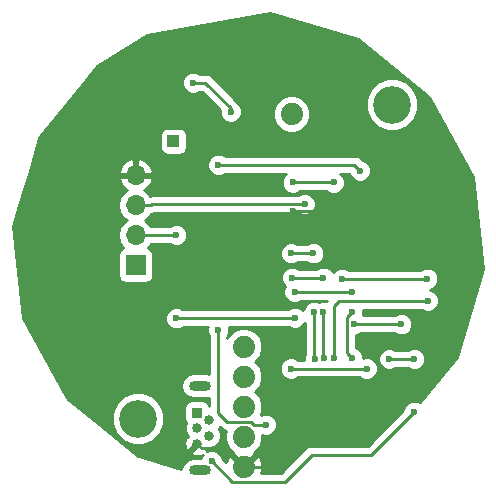
<source format=gbr>
G04 #@! TF.FileFunction,Copper,L2,Bot,Signal*
%FSLAX46Y46*%
G04 Gerber Fmt 4.6, Leading zero omitted, Abs format (unit mm)*
G04 Created by KiCad (PCBNEW 4.0.7-e2-6376~61~ubuntu18.04.1) date Mon Jul 23 20:51:16 2018*
%MOMM*%
%LPD*%
G01*
G04 APERTURE LIST*
%ADD10C,0.100000*%
%ADD11R,0.840000X0.840000*%
%ADD12C,0.840000*%
%ADD13O,1.850000X0.850000*%
%ADD14C,1.879600*%
%ADD15C,3.200000*%
%ADD16R,1.000000X1.000000*%
%ADD17R,1.700000X1.700000*%
%ADD18O,1.700000X1.700000*%
%ADD19C,0.600000*%
%ADD20C,0.250000*%
%ADD21C,0.254000*%
G04 APERTURE END LIST*
D10*
D11*
X155700000Y-77500000D03*
D12*
X156700000Y-78150000D03*
X155700000Y-78800000D03*
X156700000Y-79450000D03*
X155700000Y-80100000D03*
D13*
X155920000Y-75225000D03*
X155920000Y-82375000D03*
D14*
X159650000Y-71910000D03*
X159650000Y-74450000D03*
X159650000Y-76990000D03*
X159650000Y-79530000D03*
X159650000Y-82070000D03*
X163700000Y-52200000D03*
D15*
X150700000Y-78000000D03*
X172200000Y-51400000D03*
D16*
X153700000Y-54500000D03*
D17*
X150500000Y-65000000D03*
D18*
X150500000Y-62460000D03*
X150500000Y-59920000D03*
X150500000Y-57380000D03*
D19*
X155000000Y-52500000D03*
X157000000Y-52500000D03*
X176500000Y-71000000D03*
X163150000Y-82050000D03*
X163850000Y-60450000D03*
X167200000Y-60450000D03*
X151050000Y-55450000D03*
X147850000Y-58650000D03*
X147900000Y-66700000D03*
X149450000Y-70150000D03*
X166500000Y-45150000D03*
X169700000Y-47900000D03*
X155350000Y-49550000D03*
X158550000Y-52000000D03*
X163800000Y-58000000D03*
X167250000Y-58000000D03*
X153950000Y-62450000D03*
X153950000Y-69500000D03*
X164000000Y-69450000D03*
X164800000Y-59824980D03*
X157500000Y-70500000D03*
X161500000Y-78500000D03*
X167253588Y-72850512D03*
X175250000Y-68000000D03*
X165660604Y-72948477D03*
X163650000Y-64000000D03*
X165550000Y-64000000D03*
X165600000Y-68950000D03*
X166453613Y-72842860D03*
X163750000Y-66050000D03*
X166400000Y-66050000D03*
X166400000Y-68950000D03*
X170050000Y-73750000D03*
X163635002Y-73750000D03*
X175200000Y-66150000D03*
X167950000Y-66150000D03*
X168850000Y-72900000D03*
X168850000Y-68950000D03*
X168800000Y-67250000D03*
X163950000Y-67250000D03*
X171950000Y-72950000D03*
X174100000Y-72950000D03*
X174100000Y-77400000D03*
X156950000Y-81600000D03*
X169000000Y-70000000D03*
X173000000Y-70000000D03*
X157500000Y-56500000D03*
X169500000Y-57000000D03*
D20*
X155700000Y-80100000D02*
X156119999Y-80519999D01*
X156119999Y-80519999D02*
X158099999Y-80519999D01*
X158099999Y-80519999D02*
X158710201Y-81130201D01*
X158710201Y-81130201D02*
X159650000Y-82070000D01*
X163150000Y-82050000D02*
X159670000Y-82050000D01*
X159670000Y-82050000D02*
X159650000Y-82070000D01*
X167200000Y-60450000D02*
X166775736Y-60450000D01*
X166775736Y-60450000D02*
X163850000Y-60450000D01*
X158550000Y-52000000D02*
X158550000Y-51700000D01*
X158550000Y-51700000D02*
X156400000Y-49550000D01*
X156400000Y-49550000D02*
X155350000Y-49550000D01*
X167250000Y-58000000D02*
X163800000Y-58000000D01*
X153950000Y-62450000D02*
X150510000Y-62450000D01*
X150510000Y-62450000D02*
X150500000Y-62460000D01*
X164000000Y-69450000D02*
X154000000Y-69450000D01*
X154000000Y-69450000D02*
X153950000Y-69500000D01*
X151829077Y-59920000D02*
X151924097Y-59824980D01*
X150500000Y-59920000D02*
X151829077Y-59920000D01*
X151924097Y-59824980D02*
X164800000Y-59824980D01*
X158265199Y-78265199D02*
X157500000Y-77500000D01*
X157500000Y-77500000D02*
X157500000Y-70500000D01*
X161500000Y-78500000D02*
X160491906Y-78500000D01*
X160491906Y-78500000D02*
X160257105Y-78265199D01*
X160257105Y-78265199D02*
X158265199Y-78265199D01*
X167253588Y-72426248D02*
X167253588Y-72850512D01*
X167253588Y-68496412D02*
X167253588Y-72426248D01*
X167750000Y-68000000D02*
X167253588Y-68496412D01*
X175250000Y-68000000D02*
X167750000Y-68000000D01*
X165600000Y-68950000D02*
X165600000Y-72887873D01*
X165600000Y-72887873D02*
X165660604Y-72948477D01*
X165550000Y-64000000D02*
X163650000Y-64000000D01*
X166400000Y-72789247D02*
X166453613Y-72842860D01*
X166400000Y-68950000D02*
X166400000Y-72789247D01*
X166400000Y-66050000D02*
X163750000Y-66050000D01*
X163635002Y-73750000D02*
X170050000Y-73750000D01*
X167950000Y-66150000D02*
X175200000Y-66150000D01*
X168550001Y-72600001D02*
X168850000Y-72900000D01*
X168374998Y-72424998D02*
X168550001Y-72600001D01*
X168374998Y-69425002D02*
X168374998Y-72424998D01*
X168850000Y-68950000D02*
X168374998Y-69425002D01*
X163950000Y-67250000D02*
X168800000Y-67250000D01*
X174100000Y-72950000D02*
X171950000Y-72950000D01*
X172300000Y-79200000D02*
X174100000Y-77400000D01*
X165400000Y-81050000D02*
X170450000Y-81050000D01*
X170450000Y-81050000D02*
X172300000Y-79200000D01*
X163115199Y-83334801D02*
X165400000Y-81050000D01*
X156950000Y-81600000D02*
X158684801Y-83334801D01*
X158684801Y-83334801D02*
X163115199Y-83334801D01*
X173000000Y-70000000D02*
X169000000Y-70000000D01*
X169500000Y-57000000D02*
X169000000Y-56500000D01*
X169000000Y-56500000D02*
X157500000Y-56500000D01*
D21*
G36*
X169303508Y-45828387D02*
X175359475Y-50726202D01*
X179080148Y-57568713D01*
X179899086Y-65314207D01*
X177691614Y-72783506D01*
X174606635Y-76597970D01*
X174286799Y-76465162D01*
X173914833Y-76464838D01*
X173571057Y-76606883D01*
X173307808Y-76869673D01*
X173165162Y-77213201D01*
X173165121Y-77260077D01*
X170145914Y-80279284D01*
X170126207Y-80290000D01*
X165400000Y-80290000D01*
X165109161Y-80347852D01*
X164862599Y-80512599D01*
X162800397Y-82574801D01*
X161142290Y-82574801D01*
X161236045Y-82320167D01*
X161211049Y-81694172D01*
X161019580Y-81231923D01*
X160758968Y-81140637D01*
X159829605Y-82070000D01*
X159843748Y-82084143D01*
X159664143Y-82263748D01*
X159650000Y-82249605D01*
X159635858Y-82263748D01*
X159456253Y-82084143D01*
X159470395Y-82070000D01*
X158541032Y-81140637D01*
X158280420Y-81231923D01*
X158112578Y-81687776D01*
X157885122Y-81460320D01*
X157885162Y-81414833D01*
X157743117Y-81071057D01*
X157480327Y-80807808D01*
X157136799Y-80665162D01*
X156764833Y-80664838D01*
X156538121Y-80758513D01*
X156431916Y-80652308D01*
X156638796Y-80625095D01*
X156677752Y-80504981D01*
X156908932Y-80505183D01*
X157296829Y-80344907D01*
X157593864Y-80048390D01*
X157754817Y-79660773D01*
X157755183Y-79241068D01*
X157594907Y-78853171D01*
X157541996Y-78800168D01*
X157593864Y-78748390D01*
X157617255Y-78692057D01*
X157727798Y-78802600D01*
X157974360Y-78967347D01*
X158162894Y-79004849D01*
X158075474Y-79215379D01*
X158074927Y-79841873D01*
X158314171Y-80420887D01*
X158755115Y-80862601D01*
X158720637Y-80961032D01*
X159650000Y-81890395D01*
X160579363Y-80961032D01*
X160544687Y-80862036D01*
X160984272Y-80423217D01*
X161224526Y-79844621D01*
X161224916Y-79398179D01*
X161313201Y-79434838D01*
X161685167Y-79435162D01*
X162028943Y-79293117D01*
X162292192Y-79030327D01*
X162434838Y-78686799D01*
X162435162Y-78314833D01*
X162293117Y-77971057D01*
X162030327Y-77707808D01*
X161686799Y-77565162D01*
X161314833Y-77564838D01*
X161075393Y-77663772D01*
X161224526Y-77304621D01*
X161225073Y-76678127D01*
X160985829Y-76099113D01*
X160607104Y-75719727D01*
X160984272Y-75343217D01*
X161224526Y-74764621D01*
X161225073Y-74138127D01*
X160985829Y-73559113D01*
X160607104Y-73179727D01*
X160984272Y-72803217D01*
X161224526Y-72224621D01*
X161225073Y-71598127D01*
X160985829Y-71019113D01*
X160543217Y-70575728D01*
X159964621Y-70335474D01*
X159338127Y-70334927D01*
X158759113Y-70574171D01*
X158315728Y-71016783D01*
X158260000Y-71150991D01*
X158260000Y-71062463D01*
X158292192Y-71030327D01*
X158434838Y-70686799D01*
X158435162Y-70314833D01*
X158391846Y-70210000D01*
X163437537Y-70210000D01*
X163469673Y-70242192D01*
X163813201Y-70384838D01*
X164185167Y-70385162D01*
X164528943Y-70243117D01*
X164792192Y-69980327D01*
X164840000Y-69865193D01*
X164840000Y-72486573D01*
X164725766Y-72761678D01*
X164725567Y-72990000D01*
X164197465Y-72990000D01*
X164165329Y-72957808D01*
X163821801Y-72815162D01*
X163449835Y-72814838D01*
X163106059Y-72956883D01*
X162842810Y-73219673D01*
X162700164Y-73563201D01*
X162699840Y-73935167D01*
X162841885Y-74278943D01*
X163104675Y-74542192D01*
X163448203Y-74684838D01*
X163820169Y-74685162D01*
X164163945Y-74543117D01*
X164197120Y-74510000D01*
X169487537Y-74510000D01*
X169519673Y-74542192D01*
X169863201Y-74684838D01*
X170235167Y-74685162D01*
X170578943Y-74543117D01*
X170842192Y-74280327D01*
X170984838Y-73936799D01*
X170985162Y-73564833D01*
X170843117Y-73221057D01*
X170757377Y-73135167D01*
X171014838Y-73135167D01*
X171156883Y-73478943D01*
X171419673Y-73742192D01*
X171763201Y-73884838D01*
X172135167Y-73885162D01*
X172478943Y-73743117D01*
X172512118Y-73710000D01*
X173537537Y-73710000D01*
X173569673Y-73742192D01*
X173913201Y-73884838D01*
X174285167Y-73885162D01*
X174628943Y-73743117D01*
X174892192Y-73480327D01*
X175034838Y-73136799D01*
X175035162Y-72764833D01*
X174893117Y-72421057D01*
X174630327Y-72157808D01*
X174286799Y-72015162D01*
X173914833Y-72014838D01*
X173571057Y-72156883D01*
X173537882Y-72190000D01*
X172512463Y-72190000D01*
X172480327Y-72157808D01*
X172136799Y-72015162D01*
X171764833Y-72014838D01*
X171421057Y-72156883D01*
X171157808Y-72419673D01*
X171015162Y-72763201D01*
X171014838Y-73135167D01*
X170757377Y-73135167D01*
X170580327Y-72957808D01*
X170236799Y-72815162D01*
X169864833Y-72814838D01*
X169785046Y-72847805D01*
X169785162Y-72714833D01*
X169643117Y-72371057D01*
X169380327Y-72107808D01*
X169134998Y-72005938D01*
X169134998Y-70935118D01*
X169185167Y-70935162D01*
X169528943Y-70793117D01*
X169562118Y-70760000D01*
X172437537Y-70760000D01*
X172469673Y-70792192D01*
X172813201Y-70934838D01*
X173185167Y-70935162D01*
X173528943Y-70793117D01*
X173792192Y-70530327D01*
X173934838Y-70186799D01*
X173935162Y-69814833D01*
X173793117Y-69471057D01*
X173530327Y-69207808D01*
X173186799Y-69065162D01*
X172814833Y-69064838D01*
X172471057Y-69206883D01*
X172437882Y-69240000D01*
X169741985Y-69240000D01*
X169784838Y-69136799D01*
X169785162Y-68764833D01*
X169783165Y-68760000D01*
X174687537Y-68760000D01*
X174719673Y-68792192D01*
X175063201Y-68934838D01*
X175435167Y-68935162D01*
X175778943Y-68793117D01*
X176042192Y-68530327D01*
X176184838Y-68186799D01*
X176185162Y-67814833D01*
X176043117Y-67471057D01*
X175780327Y-67207808D01*
X175436799Y-67065162D01*
X175433578Y-67065159D01*
X175728943Y-66943117D01*
X175992192Y-66680327D01*
X176134838Y-66336799D01*
X176135162Y-65964833D01*
X175993117Y-65621057D01*
X175730327Y-65357808D01*
X175386799Y-65215162D01*
X175014833Y-65214838D01*
X174671057Y-65356883D01*
X174637882Y-65390000D01*
X168512463Y-65390000D01*
X168480327Y-65357808D01*
X168136799Y-65215162D01*
X167764833Y-65214838D01*
X167421057Y-65356883D01*
X167211654Y-65565921D01*
X167193117Y-65521057D01*
X166930327Y-65257808D01*
X166586799Y-65115162D01*
X166214833Y-65114838D01*
X165871057Y-65256883D01*
X165837882Y-65290000D01*
X164312463Y-65290000D01*
X164280327Y-65257808D01*
X163936799Y-65115162D01*
X163564833Y-65114838D01*
X163221057Y-65256883D01*
X162957808Y-65519673D01*
X162815162Y-65863201D01*
X162814838Y-66235167D01*
X162956883Y-66578943D01*
X163140053Y-66762433D01*
X163015162Y-67063201D01*
X163014838Y-67435167D01*
X163156883Y-67778943D01*
X163419673Y-68042192D01*
X163763201Y-68184838D01*
X164135167Y-68185162D01*
X164478943Y-68043117D01*
X164512118Y-68010000D01*
X166682117Y-68010000D01*
X166658715Y-68045024D01*
X166586799Y-68015162D01*
X166214833Y-68014838D01*
X165999896Y-68103648D01*
X165786799Y-68015162D01*
X165414833Y-68014838D01*
X165071057Y-68156883D01*
X164807808Y-68419673D01*
X164665162Y-68763201D01*
X164665136Y-68792853D01*
X164530327Y-68657808D01*
X164186799Y-68515162D01*
X163814833Y-68514838D01*
X163471057Y-68656883D01*
X163437882Y-68690000D01*
X154437441Y-68690000D01*
X154136799Y-68565162D01*
X153764833Y-68564838D01*
X153421057Y-68706883D01*
X153157808Y-68969673D01*
X153015162Y-69313201D01*
X153014838Y-69685167D01*
X153156883Y-70028943D01*
X153419673Y-70292192D01*
X153763201Y-70434838D01*
X154135167Y-70435162D01*
X154478943Y-70293117D01*
X154562205Y-70210000D01*
X156608015Y-70210000D01*
X156565162Y-70313201D01*
X156564838Y-70685167D01*
X156706883Y-71028943D01*
X156740000Y-71062118D01*
X156740000Y-74222573D01*
X156450562Y-74165000D01*
X155389438Y-74165000D01*
X154983794Y-74245688D01*
X154639905Y-74475467D01*
X154410126Y-74819356D01*
X154329438Y-75225000D01*
X154410126Y-75630644D01*
X154639905Y-75974533D01*
X154983794Y-76204312D01*
X155389438Y-76285000D01*
X156450562Y-76285000D01*
X156740000Y-76227427D01*
X156740000Y-76934169D01*
X156723162Y-76844683D01*
X156584090Y-76628559D01*
X156371890Y-76483569D01*
X156120000Y-76432560D01*
X155280000Y-76432560D01*
X155044683Y-76476838D01*
X154828559Y-76615910D01*
X154683569Y-76828110D01*
X154632560Y-77080000D01*
X154632560Y-77920000D01*
X154676838Y-78155317D01*
X154767108Y-78295600D01*
X154645183Y-78589227D01*
X154644817Y-79008932D01*
X154805093Y-79396829D01*
X154957131Y-79549133D01*
X154761204Y-79574905D01*
X154631721Y-79974137D01*
X154664873Y-80392531D01*
X154761204Y-80625095D01*
X154968087Y-80652308D01*
X155520395Y-80100000D01*
X155506253Y-80085858D01*
X155685858Y-79906253D01*
X155700000Y-79920395D01*
X155714143Y-79906253D01*
X155770150Y-79962260D01*
X155805093Y-80046829D01*
X155883009Y-80124881D01*
X155714143Y-80293748D01*
X155700000Y-80279605D01*
X155147692Y-80831913D01*
X155174905Y-81038796D01*
X155574137Y-81168279D01*
X155992531Y-81135127D01*
X156162955Y-81064535D01*
X156157808Y-81069673D01*
X156055939Y-81315000D01*
X155389438Y-81315000D01*
X154983794Y-81395688D01*
X154639905Y-81625467D01*
X154410126Y-81969356D01*
X154356027Y-82241329D01*
X150744050Y-81173847D01*
X150733515Y-81169204D01*
X147362192Y-78442619D01*
X148464613Y-78442619D01*
X148804155Y-79264372D01*
X149432321Y-79893636D01*
X150253481Y-80234611D01*
X151142619Y-80235387D01*
X151964372Y-79895845D01*
X152593636Y-79267679D01*
X152934611Y-78446519D01*
X152935387Y-77557381D01*
X152595845Y-76735628D01*
X151967679Y-76106364D01*
X151146519Y-75765389D01*
X150257381Y-75764613D01*
X149435628Y-76104155D01*
X148806364Y-76732321D01*
X148465389Y-77553481D01*
X148464613Y-78442619D01*
X147362192Y-78442619D01*
X144819525Y-76386217D01*
X144655696Y-76228136D01*
X140959852Y-69431287D01*
X140140914Y-61685793D01*
X140662775Y-59920000D01*
X148985907Y-59920000D01*
X149098946Y-60488285D01*
X149420853Y-60970054D01*
X149750026Y-61190000D01*
X149420853Y-61409946D01*
X149098946Y-61891715D01*
X148985907Y-62460000D01*
X149098946Y-63028285D01*
X149420853Y-63510054D01*
X149462452Y-63537850D01*
X149414683Y-63546838D01*
X149198559Y-63685910D01*
X149053569Y-63898110D01*
X149002560Y-64150000D01*
X149002560Y-65850000D01*
X149046838Y-66085317D01*
X149185910Y-66301441D01*
X149398110Y-66446431D01*
X149650000Y-66497440D01*
X151350000Y-66497440D01*
X151585317Y-66453162D01*
X151801441Y-66314090D01*
X151946431Y-66101890D01*
X151997440Y-65850000D01*
X151997440Y-64185167D01*
X162714838Y-64185167D01*
X162856883Y-64528943D01*
X163119673Y-64792192D01*
X163463201Y-64934838D01*
X163835167Y-64935162D01*
X164178943Y-64793117D01*
X164212118Y-64760000D01*
X164987537Y-64760000D01*
X165019673Y-64792192D01*
X165363201Y-64934838D01*
X165735167Y-64935162D01*
X166078943Y-64793117D01*
X166342192Y-64530327D01*
X166484838Y-64186799D01*
X166485162Y-63814833D01*
X166343117Y-63471057D01*
X166080327Y-63207808D01*
X165736799Y-63065162D01*
X165364833Y-63064838D01*
X165021057Y-63206883D01*
X164987882Y-63240000D01*
X164212463Y-63240000D01*
X164180327Y-63207808D01*
X163836799Y-63065162D01*
X163464833Y-63064838D01*
X163121057Y-63206883D01*
X162857808Y-63469673D01*
X162715162Y-63813201D01*
X162714838Y-64185167D01*
X151997440Y-64185167D01*
X151997440Y-64150000D01*
X151953162Y-63914683D01*
X151814090Y-63698559D01*
X151601890Y-63553569D01*
X151534459Y-63539914D01*
X151579147Y-63510054D01*
X151779636Y-63210000D01*
X153387537Y-63210000D01*
X153419673Y-63242192D01*
X153763201Y-63384838D01*
X154135167Y-63385162D01*
X154478943Y-63243117D01*
X154742192Y-62980327D01*
X154884838Y-62636799D01*
X154885162Y-62264833D01*
X154743117Y-61921057D01*
X154480327Y-61657808D01*
X154136799Y-61515162D01*
X153764833Y-61514838D01*
X153421057Y-61656883D01*
X153387882Y-61690000D01*
X151766273Y-61690000D01*
X151579147Y-61409946D01*
X151249974Y-61190000D01*
X151579147Y-60970054D01*
X151772954Y-60680000D01*
X151829077Y-60680000D01*
X152119916Y-60622148D01*
X152175542Y-60584980D01*
X164237537Y-60584980D01*
X164269673Y-60617172D01*
X164613201Y-60759818D01*
X164985167Y-60760142D01*
X165328943Y-60618097D01*
X165592192Y-60355307D01*
X165734838Y-60011779D01*
X165735162Y-59639813D01*
X165593117Y-59296037D01*
X165330327Y-59032788D01*
X164986799Y-58890142D01*
X164614833Y-58889818D01*
X164271057Y-59031863D01*
X164237882Y-59064980D01*
X151924097Y-59064980D01*
X151734644Y-59102665D01*
X151579147Y-58869946D01*
X151238447Y-58642298D01*
X151381358Y-58575183D01*
X151771645Y-58146924D01*
X151941476Y-57736890D01*
X151820155Y-57507000D01*
X150627000Y-57507000D01*
X150627000Y-57527000D01*
X150373000Y-57527000D01*
X150373000Y-57507000D01*
X149179845Y-57507000D01*
X149058524Y-57736890D01*
X149228355Y-58146924D01*
X149618642Y-58575183D01*
X149761553Y-58642298D01*
X149420853Y-58869946D01*
X149098946Y-59351715D01*
X148985907Y-59920000D01*
X140662775Y-59920000D01*
X141518920Y-57023110D01*
X149058524Y-57023110D01*
X149179845Y-57253000D01*
X150373000Y-57253000D01*
X150373000Y-56059181D01*
X150627000Y-56059181D01*
X150627000Y-57253000D01*
X151820155Y-57253000D01*
X151941476Y-57023110D01*
X151801505Y-56685167D01*
X156564838Y-56685167D01*
X156706883Y-57028943D01*
X156969673Y-57292192D01*
X157313201Y-57434838D01*
X157685167Y-57435162D01*
X158028943Y-57293117D01*
X158062118Y-57260000D01*
X163217847Y-57260000D01*
X163007808Y-57469673D01*
X162865162Y-57813201D01*
X162864838Y-58185167D01*
X163006883Y-58528943D01*
X163269673Y-58792192D01*
X163613201Y-58934838D01*
X163985167Y-58935162D01*
X164328943Y-58793117D01*
X164362118Y-58760000D01*
X166687537Y-58760000D01*
X166719673Y-58792192D01*
X167063201Y-58934838D01*
X167435167Y-58935162D01*
X167778943Y-58793117D01*
X168042192Y-58530327D01*
X168184838Y-58186799D01*
X168185162Y-57814833D01*
X168043117Y-57471057D01*
X167832428Y-57260000D01*
X168595758Y-57260000D01*
X168706883Y-57528943D01*
X168969673Y-57792192D01*
X169313201Y-57934838D01*
X169685167Y-57935162D01*
X170028943Y-57793117D01*
X170292192Y-57530327D01*
X170434838Y-57186799D01*
X170435162Y-56814833D01*
X170293117Y-56471057D01*
X170030327Y-56207808D01*
X169686799Y-56065162D01*
X169639923Y-56065121D01*
X169537401Y-55962599D01*
X169290839Y-55797852D01*
X169000000Y-55740000D01*
X158062463Y-55740000D01*
X158030327Y-55707808D01*
X157686799Y-55565162D01*
X157314833Y-55564838D01*
X156971057Y-55706883D01*
X156707808Y-55969673D01*
X156565162Y-56313201D01*
X156564838Y-56685167D01*
X151801505Y-56685167D01*
X151771645Y-56613076D01*
X151381358Y-56184817D01*
X150856892Y-55938514D01*
X150627000Y-56059181D01*
X150373000Y-56059181D01*
X150143108Y-55938514D01*
X149618642Y-56184817D01*
X149228355Y-56613076D01*
X149058524Y-57023110D01*
X141518920Y-57023110D01*
X142348387Y-54216492D01*
X142523476Y-54000000D01*
X152552560Y-54000000D01*
X152552560Y-55000000D01*
X152596838Y-55235317D01*
X152735910Y-55451441D01*
X152948110Y-55596431D01*
X153200000Y-55647440D01*
X154200000Y-55647440D01*
X154435317Y-55603162D01*
X154651441Y-55464090D01*
X154796431Y-55251890D01*
X154847440Y-55000000D01*
X154847440Y-54000000D01*
X154803162Y-53764683D01*
X154664090Y-53548559D01*
X154451890Y-53403569D01*
X154200000Y-53352560D01*
X153200000Y-53352560D01*
X152964683Y-53396838D01*
X152748559Y-53535910D01*
X152603569Y-53748110D01*
X152552560Y-54000000D01*
X142523476Y-54000000D01*
X145972696Y-49735167D01*
X154414838Y-49735167D01*
X154556883Y-50078943D01*
X154819673Y-50342192D01*
X155163201Y-50484838D01*
X155535167Y-50485162D01*
X155878943Y-50343117D01*
X155912118Y-50310000D01*
X156085198Y-50310000D01*
X157615139Y-51839941D01*
X157614838Y-52185167D01*
X157756883Y-52528943D01*
X158019673Y-52792192D01*
X158363201Y-52934838D01*
X158735167Y-52935162D01*
X159078943Y-52793117D01*
X159342192Y-52530327D01*
X159349854Y-52511873D01*
X162124927Y-52511873D01*
X162364171Y-53090887D01*
X162806783Y-53534272D01*
X163385379Y-53774526D01*
X164011873Y-53775073D01*
X164590887Y-53535829D01*
X165034272Y-53093217D01*
X165274526Y-52514621D01*
X165275073Y-51888127D01*
X165256270Y-51842619D01*
X169964613Y-51842619D01*
X170304155Y-52664372D01*
X170932321Y-53293636D01*
X171753481Y-53634611D01*
X172642619Y-53635387D01*
X173464372Y-53295845D01*
X174093636Y-52667679D01*
X174434611Y-51846519D01*
X174435387Y-50957381D01*
X174095845Y-50135628D01*
X173467679Y-49506364D01*
X172646519Y-49165389D01*
X171757381Y-49164613D01*
X170935628Y-49504155D01*
X170306364Y-50132321D01*
X169965389Y-50953481D01*
X169964613Y-51842619D01*
X165256270Y-51842619D01*
X165035829Y-51309113D01*
X164593217Y-50865728D01*
X164014621Y-50625474D01*
X163388127Y-50624927D01*
X162809113Y-50864171D01*
X162365728Y-51306783D01*
X162125474Y-51885379D01*
X162124927Y-52511873D01*
X159349854Y-52511873D01*
X159484838Y-52186799D01*
X159485162Y-51814833D01*
X159343117Y-51471057D01*
X159193077Y-51320755D01*
X159087401Y-51162599D01*
X156937401Y-49012599D01*
X156690839Y-48847852D01*
X156400000Y-48790000D01*
X155912463Y-48790000D01*
X155880327Y-48757808D01*
X155536799Y-48615162D01*
X155164833Y-48614838D01*
X154821057Y-48756883D01*
X154557808Y-49019673D01*
X154415162Y-49363201D01*
X154414838Y-49735167D01*
X145972696Y-49735167D01*
X147262299Y-48140622D01*
X151433487Y-45479646D01*
X161859308Y-43628332D01*
X169303508Y-45828387D01*
X169303508Y-45828387D01*
G37*
X169303508Y-45828387D02*
X175359475Y-50726202D01*
X179080148Y-57568713D01*
X179899086Y-65314207D01*
X177691614Y-72783506D01*
X174606635Y-76597970D01*
X174286799Y-76465162D01*
X173914833Y-76464838D01*
X173571057Y-76606883D01*
X173307808Y-76869673D01*
X173165162Y-77213201D01*
X173165121Y-77260077D01*
X170145914Y-80279284D01*
X170126207Y-80290000D01*
X165400000Y-80290000D01*
X165109161Y-80347852D01*
X164862599Y-80512599D01*
X162800397Y-82574801D01*
X161142290Y-82574801D01*
X161236045Y-82320167D01*
X161211049Y-81694172D01*
X161019580Y-81231923D01*
X160758968Y-81140637D01*
X159829605Y-82070000D01*
X159843748Y-82084143D01*
X159664143Y-82263748D01*
X159650000Y-82249605D01*
X159635858Y-82263748D01*
X159456253Y-82084143D01*
X159470395Y-82070000D01*
X158541032Y-81140637D01*
X158280420Y-81231923D01*
X158112578Y-81687776D01*
X157885122Y-81460320D01*
X157885162Y-81414833D01*
X157743117Y-81071057D01*
X157480327Y-80807808D01*
X157136799Y-80665162D01*
X156764833Y-80664838D01*
X156538121Y-80758513D01*
X156431916Y-80652308D01*
X156638796Y-80625095D01*
X156677752Y-80504981D01*
X156908932Y-80505183D01*
X157296829Y-80344907D01*
X157593864Y-80048390D01*
X157754817Y-79660773D01*
X157755183Y-79241068D01*
X157594907Y-78853171D01*
X157541996Y-78800168D01*
X157593864Y-78748390D01*
X157617255Y-78692057D01*
X157727798Y-78802600D01*
X157974360Y-78967347D01*
X158162894Y-79004849D01*
X158075474Y-79215379D01*
X158074927Y-79841873D01*
X158314171Y-80420887D01*
X158755115Y-80862601D01*
X158720637Y-80961032D01*
X159650000Y-81890395D01*
X160579363Y-80961032D01*
X160544687Y-80862036D01*
X160984272Y-80423217D01*
X161224526Y-79844621D01*
X161224916Y-79398179D01*
X161313201Y-79434838D01*
X161685167Y-79435162D01*
X162028943Y-79293117D01*
X162292192Y-79030327D01*
X162434838Y-78686799D01*
X162435162Y-78314833D01*
X162293117Y-77971057D01*
X162030327Y-77707808D01*
X161686799Y-77565162D01*
X161314833Y-77564838D01*
X161075393Y-77663772D01*
X161224526Y-77304621D01*
X161225073Y-76678127D01*
X160985829Y-76099113D01*
X160607104Y-75719727D01*
X160984272Y-75343217D01*
X161224526Y-74764621D01*
X161225073Y-74138127D01*
X160985829Y-73559113D01*
X160607104Y-73179727D01*
X160984272Y-72803217D01*
X161224526Y-72224621D01*
X161225073Y-71598127D01*
X160985829Y-71019113D01*
X160543217Y-70575728D01*
X159964621Y-70335474D01*
X159338127Y-70334927D01*
X158759113Y-70574171D01*
X158315728Y-71016783D01*
X158260000Y-71150991D01*
X158260000Y-71062463D01*
X158292192Y-71030327D01*
X158434838Y-70686799D01*
X158435162Y-70314833D01*
X158391846Y-70210000D01*
X163437537Y-70210000D01*
X163469673Y-70242192D01*
X163813201Y-70384838D01*
X164185167Y-70385162D01*
X164528943Y-70243117D01*
X164792192Y-69980327D01*
X164840000Y-69865193D01*
X164840000Y-72486573D01*
X164725766Y-72761678D01*
X164725567Y-72990000D01*
X164197465Y-72990000D01*
X164165329Y-72957808D01*
X163821801Y-72815162D01*
X163449835Y-72814838D01*
X163106059Y-72956883D01*
X162842810Y-73219673D01*
X162700164Y-73563201D01*
X162699840Y-73935167D01*
X162841885Y-74278943D01*
X163104675Y-74542192D01*
X163448203Y-74684838D01*
X163820169Y-74685162D01*
X164163945Y-74543117D01*
X164197120Y-74510000D01*
X169487537Y-74510000D01*
X169519673Y-74542192D01*
X169863201Y-74684838D01*
X170235167Y-74685162D01*
X170578943Y-74543117D01*
X170842192Y-74280327D01*
X170984838Y-73936799D01*
X170985162Y-73564833D01*
X170843117Y-73221057D01*
X170757377Y-73135167D01*
X171014838Y-73135167D01*
X171156883Y-73478943D01*
X171419673Y-73742192D01*
X171763201Y-73884838D01*
X172135167Y-73885162D01*
X172478943Y-73743117D01*
X172512118Y-73710000D01*
X173537537Y-73710000D01*
X173569673Y-73742192D01*
X173913201Y-73884838D01*
X174285167Y-73885162D01*
X174628943Y-73743117D01*
X174892192Y-73480327D01*
X175034838Y-73136799D01*
X175035162Y-72764833D01*
X174893117Y-72421057D01*
X174630327Y-72157808D01*
X174286799Y-72015162D01*
X173914833Y-72014838D01*
X173571057Y-72156883D01*
X173537882Y-72190000D01*
X172512463Y-72190000D01*
X172480327Y-72157808D01*
X172136799Y-72015162D01*
X171764833Y-72014838D01*
X171421057Y-72156883D01*
X171157808Y-72419673D01*
X171015162Y-72763201D01*
X171014838Y-73135167D01*
X170757377Y-73135167D01*
X170580327Y-72957808D01*
X170236799Y-72815162D01*
X169864833Y-72814838D01*
X169785046Y-72847805D01*
X169785162Y-72714833D01*
X169643117Y-72371057D01*
X169380327Y-72107808D01*
X169134998Y-72005938D01*
X169134998Y-70935118D01*
X169185167Y-70935162D01*
X169528943Y-70793117D01*
X169562118Y-70760000D01*
X172437537Y-70760000D01*
X172469673Y-70792192D01*
X172813201Y-70934838D01*
X173185167Y-70935162D01*
X173528943Y-70793117D01*
X173792192Y-70530327D01*
X173934838Y-70186799D01*
X173935162Y-69814833D01*
X173793117Y-69471057D01*
X173530327Y-69207808D01*
X173186799Y-69065162D01*
X172814833Y-69064838D01*
X172471057Y-69206883D01*
X172437882Y-69240000D01*
X169741985Y-69240000D01*
X169784838Y-69136799D01*
X169785162Y-68764833D01*
X169783165Y-68760000D01*
X174687537Y-68760000D01*
X174719673Y-68792192D01*
X175063201Y-68934838D01*
X175435167Y-68935162D01*
X175778943Y-68793117D01*
X176042192Y-68530327D01*
X176184838Y-68186799D01*
X176185162Y-67814833D01*
X176043117Y-67471057D01*
X175780327Y-67207808D01*
X175436799Y-67065162D01*
X175433578Y-67065159D01*
X175728943Y-66943117D01*
X175992192Y-66680327D01*
X176134838Y-66336799D01*
X176135162Y-65964833D01*
X175993117Y-65621057D01*
X175730327Y-65357808D01*
X175386799Y-65215162D01*
X175014833Y-65214838D01*
X174671057Y-65356883D01*
X174637882Y-65390000D01*
X168512463Y-65390000D01*
X168480327Y-65357808D01*
X168136799Y-65215162D01*
X167764833Y-65214838D01*
X167421057Y-65356883D01*
X167211654Y-65565921D01*
X167193117Y-65521057D01*
X166930327Y-65257808D01*
X166586799Y-65115162D01*
X166214833Y-65114838D01*
X165871057Y-65256883D01*
X165837882Y-65290000D01*
X164312463Y-65290000D01*
X164280327Y-65257808D01*
X163936799Y-65115162D01*
X163564833Y-65114838D01*
X163221057Y-65256883D01*
X162957808Y-65519673D01*
X162815162Y-65863201D01*
X162814838Y-66235167D01*
X162956883Y-66578943D01*
X163140053Y-66762433D01*
X163015162Y-67063201D01*
X163014838Y-67435167D01*
X163156883Y-67778943D01*
X163419673Y-68042192D01*
X163763201Y-68184838D01*
X164135167Y-68185162D01*
X164478943Y-68043117D01*
X164512118Y-68010000D01*
X166682117Y-68010000D01*
X166658715Y-68045024D01*
X166586799Y-68015162D01*
X166214833Y-68014838D01*
X165999896Y-68103648D01*
X165786799Y-68015162D01*
X165414833Y-68014838D01*
X165071057Y-68156883D01*
X164807808Y-68419673D01*
X164665162Y-68763201D01*
X164665136Y-68792853D01*
X164530327Y-68657808D01*
X164186799Y-68515162D01*
X163814833Y-68514838D01*
X163471057Y-68656883D01*
X163437882Y-68690000D01*
X154437441Y-68690000D01*
X154136799Y-68565162D01*
X153764833Y-68564838D01*
X153421057Y-68706883D01*
X153157808Y-68969673D01*
X153015162Y-69313201D01*
X153014838Y-69685167D01*
X153156883Y-70028943D01*
X153419673Y-70292192D01*
X153763201Y-70434838D01*
X154135167Y-70435162D01*
X154478943Y-70293117D01*
X154562205Y-70210000D01*
X156608015Y-70210000D01*
X156565162Y-70313201D01*
X156564838Y-70685167D01*
X156706883Y-71028943D01*
X156740000Y-71062118D01*
X156740000Y-74222573D01*
X156450562Y-74165000D01*
X155389438Y-74165000D01*
X154983794Y-74245688D01*
X154639905Y-74475467D01*
X154410126Y-74819356D01*
X154329438Y-75225000D01*
X154410126Y-75630644D01*
X154639905Y-75974533D01*
X154983794Y-76204312D01*
X155389438Y-76285000D01*
X156450562Y-76285000D01*
X156740000Y-76227427D01*
X156740000Y-76934169D01*
X156723162Y-76844683D01*
X156584090Y-76628559D01*
X156371890Y-76483569D01*
X156120000Y-76432560D01*
X155280000Y-76432560D01*
X155044683Y-76476838D01*
X154828559Y-76615910D01*
X154683569Y-76828110D01*
X154632560Y-77080000D01*
X154632560Y-77920000D01*
X154676838Y-78155317D01*
X154767108Y-78295600D01*
X154645183Y-78589227D01*
X154644817Y-79008932D01*
X154805093Y-79396829D01*
X154957131Y-79549133D01*
X154761204Y-79574905D01*
X154631721Y-79974137D01*
X154664873Y-80392531D01*
X154761204Y-80625095D01*
X154968087Y-80652308D01*
X155520395Y-80100000D01*
X155506253Y-80085858D01*
X155685858Y-79906253D01*
X155700000Y-79920395D01*
X155714143Y-79906253D01*
X155770150Y-79962260D01*
X155805093Y-80046829D01*
X155883009Y-80124881D01*
X155714143Y-80293748D01*
X155700000Y-80279605D01*
X155147692Y-80831913D01*
X155174905Y-81038796D01*
X155574137Y-81168279D01*
X155992531Y-81135127D01*
X156162955Y-81064535D01*
X156157808Y-81069673D01*
X156055939Y-81315000D01*
X155389438Y-81315000D01*
X154983794Y-81395688D01*
X154639905Y-81625467D01*
X154410126Y-81969356D01*
X154356027Y-82241329D01*
X150744050Y-81173847D01*
X150733515Y-81169204D01*
X147362192Y-78442619D01*
X148464613Y-78442619D01*
X148804155Y-79264372D01*
X149432321Y-79893636D01*
X150253481Y-80234611D01*
X151142619Y-80235387D01*
X151964372Y-79895845D01*
X152593636Y-79267679D01*
X152934611Y-78446519D01*
X152935387Y-77557381D01*
X152595845Y-76735628D01*
X151967679Y-76106364D01*
X151146519Y-75765389D01*
X150257381Y-75764613D01*
X149435628Y-76104155D01*
X148806364Y-76732321D01*
X148465389Y-77553481D01*
X148464613Y-78442619D01*
X147362192Y-78442619D01*
X144819525Y-76386217D01*
X144655696Y-76228136D01*
X140959852Y-69431287D01*
X140140914Y-61685793D01*
X140662775Y-59920000D01*
X148985907Y-59920000D01*
X149098946Y-60488285D01*
X149420853Y-60970054D01*
X149750026Y-61190000D01*
X149420853Y-61409946D01*
X149098946Y-61891715D01*
X148985907Y-62460000D01*
X149098946Y-63028285D01*
X149420853Y-63510054D01*
X149462452Y-63537850D01*
X149414683Y-63546838D01*
X149198559Y-63685910D01*
X149053569Y-63898110D01*
X149002560Y-64150000D01*
X149002560Y-65850000D01*
X149046838Y-66085317D01*
X149185910Y-66301441D01*
X149398110Y-66446431D01*
X149650000Y-66497440D01*
X151350000Y-66497440D01*
X151585317Y-66453162D01*
X151801441Y-66314090D01*
X151946431Y-66101890D01*
X151997440Y-65850000D01*
X151997440Y-64185167D01*
X162714838Y-64185167D01*
X162856883Y-64528943D01*
X163119673Y-64792192D01*
X163463201Y-64934838D01*
X163835167Y-64935162D01*
X164178943Y-64793117D01*
X164212118Y-64760000D01*
X164987537Y-64760000D01*
X165019673Y-64792192D01*
X165363201Y-64934838D01*
X165735167Y-64935162D01*
X166078943Y-64793117D01*
X166342192Y-64530327D01*
X166484838Y-64186799D01*
X166485162Y-63814833D01*
X166343117Y-63471057D01*
X166080327Y-63207808D01*
X165736799Y-63065162D01*
X165364833Y-63064838D01*
X165021057Y-63206883D01*
X164987882Y-63240000D01*
X164212463Y-63240000D01*
X164180327Y-63207808D01*
X163836799Y-63065162D01*
X163464833Y-63064838D01*
X163121057Y-63206883D01*
X162857808Y-63469673D01*
X162715162Y-63813201D01*
X162714838Y-64185167D01*
X151997440Y-64185167D01*
X151997440Y-64150000D01*
X151953162Y-63914683D01*
X151814090Y-63698559D01*
X151601890Y-63553569D01*
X151534459Y-63539914D01*
X151579147Y-63510054D01*
X151779636Y-63210000D01*
X153387537Y-63210000D01*
X153419673Y-63242192D01*
X153763201Y-63384838D01*
X154135167Y-63385162D01*
X154478943Y-63243117D01*
X154742192Y-62980327D01*
X154884838Y-62636799D01*
X154885162Y-62264833D01*
X154743117Y-61921057D01*
X154480327Y-61657808D01*
X154136799Y-61515162D01*
X153764833Y-61514838D01*
X153421057Y-61656883D01*
X153387882Y-61690000D01*
X151766273Y-61690000D01*
X151579147Y-61409946D01*
X151249974Y-61190000D01*
X151579147Y-60970054D01*
X151772954Y-60680000D01*
X151829077Y-60680000D01*
X152119916Y-60622148D01*
X152175542Y-60584980D01*
X164237537Y-60584980D01*
X164269673Y-60617172D01*
X164613201Y-60759818D01*
X164985167Y-60760142D01*
X165328943Y-60618097D01*
X165592192Y-60355307D01*
X165734838Y-60011779D01*
X165735162Y-59639813D01*
X165593117Y-59296037D01*
X165330327Y-59032788D01*
X164986799Y-58890142D01*
X164614833Y-58889818D01*
X164271057Y-59031863D01*
X164237882Y-59064980D01*
X151924097Y-59064980D01*
X151734644Y-59102665D01*
X151579147Y-58869946D01*
X151238447Y-58642298D01*
X151381358Y-58575183D01*
X151771645Y-58146924D01*
X151941476Y-57736890D01*
X151820155Y-57507000D01*
X150627000Y-57507000D01*
X150627000Y-57527000D01*
X150373000Y-57527000D01*
X150373000Y-57507000D01*
X149179845Y-57507000D01*
X149058524Y-57736890D01*
X149228355Y-58146924D01*
X149618642Y-58575183D01*
X149761553Y-58642298D01*
X149420853Y-58869946D01*
X149098946Y-59351715D01*
X148985907Y-59920000D01*
X140662775Y-59920000D01*
X141518920Y-57023110D01*
X149058524Y-57023110D01*
X149179845Y-57253000D01*
X150373000Y-57253000D01*
X150373000Y-56059181D01*
X150627000Y-56059181D01*
X150627000Y-57253000D01*
X151820155Y-57253000D01*
X151941476Y-57023110D01*
X151801505Y-56685167D01*
X156564838Y-56685167D01*
X156706883Y-57028943D01*
X156969673Y-57292192D01*
X157313201Y-57434838D01*
X157685167Y-57435162D01*
X158028943Y-57293117D01*
X158062118Y-57260000D01*
X163217847Y-57260000D01*
X163007808Y-57469673D01*
X162865162Y-57813201D01*
X162864838Y-58185167D01*
X163006883Y-58528943D01*
X163269673Y-58792192D01*
X163613201Y-58934838D01*
X163985167Y-58935162D01*
X164328943Y-58793117D01*
X164362118Y-58760000D01*
X166687537Y-58760000D01*
X166719673Y-58792192D01*
X167063201Y-58934838D01*
X167435167Y-58935162D01*
X167778943Y-58793117D01*
X168042192Y-58530327D01*
X168184838Y-58186799D01*
X168185162Y-57814833D01*
X168043117Y-57471057D01*
X167832428Y-57260000D01*
X168595758Y-57260000D01*
X168706883Y-57528943D01*
X168969673Y-57792192D01*
X169313201Y-57934838D01*
X169685167Y-57935162D01*
X170028943Y-57793117D01*
X170292192Y-57530327D01*
X170434838Y-57186799D01*
X170435162Y-56814833D01*
X170293117Y-56471057D01*
X170030327Y-56207808D01*
X169686799Y-56065162D01*
X169639923Y-56065121D01*
X169537401Y-55962599D01*
X169290839Y-55797852D01*
X169000000Y-55740000D01*
X158062463Y-55740000D01*
X158030327Y-55707808D01*
X157686799Y-55565162D01*
X157314833Y-55564838D01*
X156971057Y-55706883D01*
X156707808Y-55969673D01*
X156565162Y-56313201D01*
X156564838Y-56685167D01*
X151801505Y-56685167D01*
X151771645Y-56613076D01*
X151381358Y-56184817D01*
X150856892Y-55938514D01*
X150627000Y-56059181D01*
X150373000Y-56059181D01*
X150143108Y-55938514D01*
X149618642Y-56184817D01*
X149228355Y-56613076D01*
X149058524Y-57023110D01*
X141518920Y-57023110D01*
X142348387Y-54216492D01*
X142523476Y-54000000D01*
X152552560Y-54000000D01*
X152552560Y-55000000D01*
X152596838Y-55235317D01*
X152735910Y-55451441D01*
X152948110Y-55596431D01*
X153200000Y-55647440D01*
X154200000Y-55647440D01*
X154435317Y-55603162D01*
X154651441Y-55464090D01*
X154796431Y-55251890D01*
X154847440Y-55000000D01*
X154847440Y-54000000D01*
X154803162Y-53764683D01*
X154664090Y-53548559D01*
X154451890Y-53403569D01*
X154200000Y-53352560D01*
X153200000Y-53352560D01*
X152964683Y-53396838D01*
X152748559Y-53535910D01*
X152603569Y-53748110D01*
X152552560Y-54000000D01*
X142523476Y-54000000D01*
X145972696Y-49735167D01*
X154414838Y-49735167D01*
X154556883Y-50078943D01*
X154819673Y-50342192D01*
X155163201Y-50484838D01*
X155535167Y-50485162D01*
X155878943Y-50343117D01*
X155912118Y-50310000D01*
X156085198Y-50310000D01*
X157615139Y-51839941D01*
X157614838Y-52185167D01*
X157756883Y-52528943D01*
X158019673Y-52792192D01*
X158363201Y-52934838D01*
X158735167Y-52935162D01*
X159078943Y-52793117D01*
X159342192Y-52530327D01*
X159349854Y-52511873D01*
X162124927Y-52511873D01*
X162364171Y-53090887D01*
X162806783Y-53534272D01*
X163385379Y-53774526D01*
X164011873Y-53775073D01*
X164590887Y-53535829D01*
X165034272Y-53093217D01*
X165274526Y-52514621D01*
X165275073Y-51888127D01*
X165256270Y-51842619D01*
X169964613Y-51842619D01*
X170304155Y-52664372D01*
X170932321Y-53293636D01*
X171753481Y-53634611D01*
X172642619Y-53635387D01*
X173464372Y-53295845D01*
X174093636Y-52667679D01*
X174434611Y-51846519D01*
X174435387Y-50957381D01*
X174095845Y-50135628D01*
X173467679Y-49506364D01*
X172646519Y-49165389D01*
X171757381Y-49164613D01*
X170935628Y-49504155D01*
X170306364Y-50132321D01*
X169965389Y-50953481D01*
X169964613Y-51842619D01*
X165256270Y-51842619D01*
X165035829Y-51309113D01*
X164593217Y-50865728D01*
X164014621Y-50625474D01*
X163388127Y-50624927D01*
X162809113Y-50864171D01*
X162365728Y-51306783D01*
X162125474Y-51885379D01*
X162124927Y-52511873D01*
X159349854Y-52511873D01*
X159484838Y-52186799D01*
X159485162Y-51814833D01*
X159343117Y-51471057D01*
X159193077Y-51320755D01*
X159087401Y-51162599D01*
X156937401Y-49012599D01*
X156690839Y-48847852D01*
X156400000Y-48790000D01*
X155912463Y-48790000D01*
X155880327Y-48757808D01*
X155536799Y-48615162D01*
X155164833Y-48614838D01*
X154821057Y-48756883D01*
X154557808Y-49019673D01*
X154415162Y-49363201D01*
X154414838Y-49735167D01*
X145972696Y-49735167D01*
X147262299Y-48140622D01*
X151433487Y-45479646D01*
X161859308Y-43628332D01*
X169303508Y-45828387D01*
M02*

</source>
